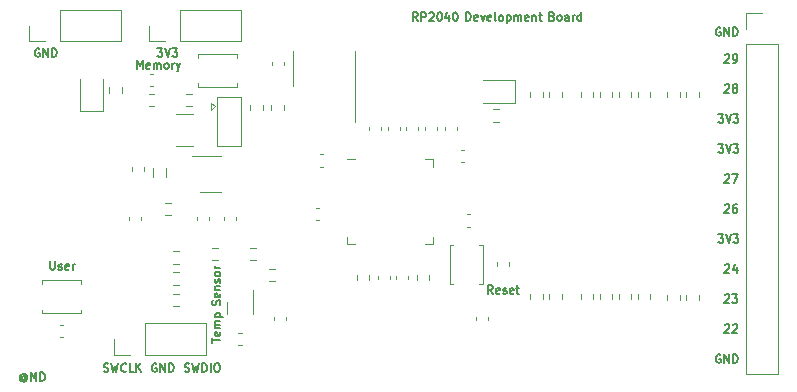
<source format=gbr>
%TF.GenerationSoftware,KiCad,Pcbnew,(7.0.0)*%
%TF.CreationDate,2023-04-15T16:40:11+03:00*%
%TF.ProjectId,Raspi Pico Board,52617370-6920-4506-9963-6f20426f6172,rev?*%
%TF.SameCoordinates,Original*%
%TF.FileFunction,Legend,Top*%
%TF.FilePolarity,Positive*%
%FSLAX46Y46*%
G04 Gerber Fmt 4.6, Leading zero omitted, Abs format (unit mm)*
G04 Created by KiCad (PCBNEW (7.0.0)) date 2023-04-15 16:40:11*
%MOMM*%
%LPD*%
G01*
G04 APERTURE LIST*
%ADD10C,0.130000*%
%ADD11C,0.120000*%
G04 APERTURE END LIST*
D10*
X49114000Y-69110333D02*
X49080666Y-69077000D01*
X49080666Y-69077000D02*
X49014000Y-69043666D01*
X49014000Y-69043666D02*
X48947333Y-69043666D01*
X48947333Y-69043666D02*
X48880666Y-69077000D01*
X48880666Y-69077000D02*
X48847333Y-69110333D01*
X48847333Y-69110333D02*
X48814000Y-69177000D01*
X48814000Y-69177000D02*
X48814000Y-69243666D01*
X48814000Y-69243666D02*
X48847333Y-69310333D01*
X48847333Y-69310333D02*
X48880666Y-69343666D01*
X48880666Y-69343666D02*
X48947333Y-69377000D01*
X48947333Y-69377000D02*
X49014000Y-69377000D01*
X49014000Y-69377000D02*
X49080666Y-69343666D01*
X49080666Y-69343666D02*
X49114000Y-69310333D01*
X49114000Y-69043666D02*
X49114000Y-69310333D01*
X49114000Y-69310333D02*
X49147333Y-69343666D01*
X49147333Y-69343666D02*
X49180666Y-69343666D01*
X49180666Y-69343666D02*
X49247333Y-69310333D01*
X49247333Y-69310333D02*
X49280666Y-69243666D01*
X49280666Y-69243666D02*
X49280666Y-69077000D01*
X49280666Y-69077000D02*
X49214000Y-68977000D01*
X49214000Y-68977000D02*
X49114000Y-68910333D01*
X49114000Y-68910333D02*
X48980666Y-68877000D01*
X48980666Y-68877000D02*
X48847333Y-68910333D01*
X48847333Y-68910333D02*
X48747333Y-68977000D01*
X48747333Y-68977000D02*
X48680666Y-69077000D01*
X48680666Y-69077000D02*
X48647333Y-69210333D01*
X48647333Y-69210333D02*
X48680666Y-69343666D01*
X48680666Y-69343666D02*
X48747333Y-69443666D01*
X48747333Y-69443666D02*
X48847333Y-69510333D01*
X48847333Y-69510333D02*
X48980666Y-69543666D01*
X48980666Y-69543666D02*
X49114000Y-69510333D01*
X49114000Y-69510333D02*
X49214000Y-69443666D01*
X49580666Y-69443666D02*
X49580666Y-68743666D01*
X49580666Y-68743666D02*
X49814000Y-69243666D01*
X49814000Y-69243666D02*
X50047333Y-68743666D01*
X50047333Y-68743666D02*
X50047333Y-69443666D01*
X50380666Y-69443666D02*
X50380666Y-68743666D01*
X50380666Y-68743666D02*
X50547333Y-68743666D01*
X50547333Y-68743666D02*
X50647333Y-68777000D01*
X50647333Y-68777000D02*
X50714000Y-68843666D01*
X50714000Y-68843666D02*
X50747333Y-68910333D01*
X50747333Y-68910333D02*
X50780666Y-69043666D01*
X50780666Y-69043666D02*
X50780666Y-69143666D01*
X50780666Y-69143666D02*
X50747333Y-69277000D01*
X50747333Y-69277000D02*
X50714000Y-69343666D01*
X50714000Y-69343666D02*
X50647333Y-69410333D01*
X50647333Y-69410333D02*
X50547333Y-69443666D01*
X50547333Y-69443666D02*
X50380666Y-69443666D01*
X82354666Y-38963666D02*
X82121333Y-38630333D01*
X81954666Y-38963666D02*
X81954666Y-38263666D01*
X81954666Y-38263666D02*
X82221333Y-38263666D01*
X82221333Y-38263666D02*
X82288000Y-38297000D01*
X82288000Y-38297000D02*
X82321333Y-38330333D01*
X82321333Y-38330333D02*
X82354666Y-38397000D01*
X82354666Y-38397000D02*
X82354666Y-38497000D01*
X82354666Y-38497000D02*
X82321333Y-38563666D01*
X82321333Y-38563666D02*
X82288000Y-38597000D01*
X82288000Y-38597000D02*
X82221333Y-38630333D01*
X82221333Y-38630333D02*
X81954666Y-38630333D01*
X82654666Y-38963666D02*
X82654666Y-38263666D01*
X82654666Y-38263666D02*
X82921333Y-38263666D01*
X82921333Y-38263666D02*
X82988000Y-38297000D01*
X82988000Y-38297000D02*
X83021333Y-38330333D01*
X83021333Y-38330333D02*
X83054666Y-38397000D01*
X83054666Y-38397000D02*
X83054666Y-38497000D01*
X83054666Y-38497000D02*
X83021333Y-38563666D01*
X83021333Y-38563666D02*
X82988000Y-38597000D01*
X82988000Y-38597000D02*
X82921333Y-38630333D01*
X82921333Y-38630333D02*
X82654666Y-38630333D01*
X83321333Y-38330333D02*
X83354666Y-38297000D01*
X83354666Y-38297000D02*
X83421333Y-38263666D01*
X83421333Y-38263666D02*
X83588000Y-38263666D01*
X83588000Y-38263666D02*
X83654666Y-38297000D01*
X83654666Y-38297000D02*
X83688000Y-38330333D01*
X83688000Y-38330333D02*
X83721333Y-38397000D01*
X83721333Y-38397000D02*
X83721333Y-38463666D01*
X83721333Y-38463666D02*
X83688000Y-38563666D01*
X83688000Y-38563666D02*
X83288000Y-38963666D01*
X83288000Y-38963666D02*
X83721333Y-38963666D01*
X84154667Y-38263666D02*
X84221333Y-38263666D01*
X84221333Y-38263666D02*
X84288000Y-38297000D01*
X84288000Y-38297000D02*
X84321333Y-38330333D01*
X84321333Y-38330333D02*
X84354667Y-38397000D01*
X84354667Y-38397000D02*
X84388000Y-38530333D01*
X84388000Y-38530333D02*
X84388000Y-38697000D01*
X84388000Y-38697000D02*
X84354667Y-38830333D01*
X84354667Y-38830333D02*
X84321333Y-38897000D01*
X84321333Y-38897000D02*
X84288000Y-38930333D01*
X84288000Y-38930333D02*
X84221333Y-38963666D01*
X84221333Y-38963666D02*
X84154667Y-38963666D01*
X84154667Y-38963666D02*
X84088000Y-38930333D01*
X84088000Y-38930333D02*
X84054667Y-38897000D01*
X84054667Y-38897000D02*
X84021333Y-38830333D01*
X84021333Y-38830333D02*
X83988000Y-38697000D01*
X83988000Y-38697000D02*
X83988000Y-38530333D01*
X83988000Y-38530333D02*
X84021333Y-38397000D01*
X84021333Y-38397000D02*
X84054667Y-38330333D01*
X84054667Y-38330333D02*
X84088000Y-38297000D01*
X84088000Y-38297000D02*
X84154667Y-38263666D01*
X84988000Y-38497000D02*
X84988000Y-38963666D01*
X84821334Y-38230333D02*
X84654667Y-38730333D01*
X84654667Y-38730333D02*
X85088000Y-38730333D01*
X85488001Y-38263666D02*
X85554667Y-38263666D01*
X85554667Y-38263666D02*
X85621334Y-38297000D01*
X85621334Y-38297000D02*
X85654667Y-38330333D01*
X85654667Y-38330333D02*
X85688001Y-38397000D01*
X85688001Y-38397000D02*
X85721334Y-38530333D01*
X85721334Y-38530333D02*
X85721334Y-38697000D01*
X85721334Y-38697000D02*
X85688001Y-38830333D01*
X85688001Y-38830333D02*
X85654667Y-38897000D01*
X85654667Y-38897000D02*
X85621334Y-38930333D01*
X85621334Y-38930333D02*
X85554667Y-38963666D01*
X85554667Y-38963666D02*
X85488001Y-38963666D01*
X85488001Y-38963666D02*
X85421334Y-38930333D01*
X85421334Y-38930333D02*
X85388001Y-38897000D01*
X85388001Y-38897000D02*
X85354667Y-38830333D01*
X85354667Y-38830333D02*
X85321334Y-38697000D01*
X85321334Y-38697000D02*
X85321334Y-38530333D01*
X85321334Y-38530333D02*
X85354667Y-38397000D01*
X85354667Y-38397000D02*
X85388001Y-38330333D01*
X85388001Y-38330333D02*
X85421334Y-38297000D01*
X85421334Y-38297000D02*
X85488001Y-38263666D01*
X86441334Y-38963666D02*
X86441334Y-38263666D01*
X86441334Y-38263666D02*
X86608001Y-38263666D01*
X86608001Y-38263666D02*
X86708001Y-38297000D01*
X86708001Y-38297000D02*
X86774668Y-38363666D01*
X86774668Y-38363666D02*
X86808001Y-38430333D01*
X86808001Y-38430333D02*
X86841334Y-38563666D01*
X86841334Y-38563666D02*
X86841334Y-38663666D01*
X86841334Y-38663666D02*
X86808001Y-38797000D01*
X86808001Y-38797000D02*
X86774668Y-38863666D01*
X86774668Y-38863666D02*
X86708001Y-38930333D01*
X86708001Y-38930333D02*
X86608001Y-38963666D01*
X86608001Y-38963666D02*
X86441334Y-38963666D01*
X87408001Y-38930333D02*
X87341334Y-38963666D01*
X87341334Y-38963666D02*
X87208001Y-38963666D01*
X87208001Y-38963666D02*
X87141334Y-38930333D01*
X87141334Y-38930333D02*
X87108001Y-38863666D01*
X87108001Y-38863666D02*
X87108001Y-38597000D01*
X87108001Y-38597000D02*
X87141334Y-38530333D01*
X87141334Y-38530333D02*
X87208001Y-38497000D01*
X87208001Y-38497000D02*
X87341334Y-38497000D01*
X87341334Y-38497000D02*
X87408001Y-38530333D01*
X87408001Y-38530333D02*
X87441334Y-38597000D01*
X87441334Y-38597000D02*
X87441334Y-38663666D01*
X87441334Y-38663666D02*
X87108001Y-38730333D01*
X87674668Y-38497000D02*
X87841334Y-38963666D01*
X87841334Y-38963666D02*
X88008001Y-38497000D01*
X88541334Y-38930333D02*
X88474667Y-38963666D01*
X88474667Y-38963666D02*
X88341334Y-38963666D01*
X88341334Y-38963666D02*
X88274667Y-38930333D01*
X88274667Y-38930333D02*
X88241334Y-38863666D01*
X88241334Y-38863666D02*
X88241334Y-38597000D01*
X88241334Y-38597000D02*
X88274667Y-38530333D01*
X88274667Y-38530333D02*
X88341334Y-38497000D01*
X88341334Y-38497000D02*
X88474667Y-38497000D01*
X88474667Y-38497000D02*
X88541334Y-38530333D01*
X88541334Y-38530333D02*
X88574667Y-38597000D01*
X88574667Y-38597000D02*
X88574667Y-38663666D01*
X88574667Y-38663666D02*
X88241334Y-38730333D01*
X88974667Y-38963666D02*
X88908001Y-38930333D01*
X88908001Y-38930333D02*
X88874667Y-38863666D01*
X88874667Y-38863666D02*
X88874667Y-38263666D01*
X89341334Y-38963666D02*
X89274668Y-38930333D01*
X89274668Y-38930333D02*
X89241334Y-38897000D01*
X89241334Y-38897000D02*
X89208001Y-38830333D01*
X89208001Y-38830333D02*
X89208001Y-38630333D01*
X89208001Y-38630333D02*
X89241334Y-38563666D01*
X89241334Y-38563666D02*
X89274668Y-38530333D01*
X89274668Y-38530333D02*
X89341334Y-38497000D01*
X89341334Y-38497000D02*
X89441334Y-38497000D01*
X89441334Y-38497000D02*
X89508001Y-38530333D01*
X89508001Y-38530333D02*
X89541334Y-38563666D01*
X89541334Y-38563666D02*
X89574668Y-38630333D01*
X89574668Y-38630333D02*
X89574668Y-38830333D01*
X89574668Y-38830333D02*
X89541334Y-38897000D01*
X89541334Y-38897000D02*
X89508001Y-38930333D01*
X89508001Y-38930333D02*
X89441334Y-38963666D01*
X89441334Y-38963666D02*
X89341334Y-38963666D01*
X89874667Y-38497000D02*
X89874667Y-39197000D01*
X89874667Y-38530333D02*
X89941334Y-38497000D01*
X89941334Y-38497000D02*
X90074667Y-38497000D01*
X90074667Y-38497000D02*
X90141334Y-38530333D01*
X90141334Y-38530333D02*
X90174667Y-38563666D01*
X90174667Y-38563666D02*
X90208001Y-38630333D01*
X90208001Y-38630333D02*
X90208001Y-38830333D01*
X90208001Y-38830333D02*
X90174667Y-38897000D01*
X90174667Y-38897000D02*
X90141334Y-38930333D01*
X90141334Y-38930333D02*
X90074667Y-38963666D01*
X90074667Y-38963666D02*
X89941334Y-38963666D01*
X89941334Y-38963666D02*
X89874667Y-38930333D01*
X90508000Y-38963666D02*
X90508000Y-38497000D01*
X90508000Y-38563666D02*
X90541334Y-38530333D01*
X90541334Y-38530333D02*
X90608000Y-38497000D01*
X90608000Y-38497000D02*
X90708000Y-38497000D01*
X90708000Y-38497000D02*
X90774667Y-38530333D01*
X90774667Y-38530333D02*
X90808000Y-38597000D01*
X90808000Y-38597000D02*
X90808000Y-38963666D01*
X90808000Y-38597000D02*
X90841334Y-38530333D01*
X90841334Y-38530333D02*
X90908000Y-38497000D01*
X90908000Y-38497000D02*
X91008000Y-38497000D01*
X91008000Y-38497000D02*
X91074667Y-38530333D01*
X91074667Y-38530333D02*
X91108000Y-38597000D01*
X91108000Y-38597000D02*
X91108000Y-38963666D01*
X91708000Y-38930333D02*
X91641333Y-38963666D01*
X91641333Y-38963666D02*
X91508000Y-38963666D01*
X91508000Y-38963666D02*
X91441333Y-38930333D01*
X91441333Y-38930333D02*
X91408000Y-38863666D01*
X91408000Y-38863666D02*
X91408000Y-38597000D01*
X91408000Y-38597000D02*
X91441333Y-38530333D01*
X91441333Y-38530333D02*
X91508000Y-38497000D01*
X91508000Y-38497000D02*
X91641333Y-38497000D01*
X91641333Y-38497000D02*
X91708000Y-38530333D01*
X91708000Y-38530333D02*
X91741333Y-38597000D01*
X91741333Y-38597000D02*
X91741333Y-38663666D01*
X91741333Y-38663666D02*
X91408000Y-38730333D01*
X92041333Y-38497000D02*
X92041333Y-38963666D01*
X92041333Y-38563666D02*
X92074667Y-38530333D01*
X92074667Y-38530333D02*
X92141333Y-38497000D01*
X92141333Y-38497000D02*
X92241333Y-38497000D01*
X92241333Y-38497000D02*
X92308000Y-38530333D01*
X92308000Y-38530333D02*
X92341333Y-38597000D01*
X92341333Y-38597000D02*
X92341333Y-38963666D01*
X92574666Y-38497000D02*
X92841333Y-38497000D01*
X92674666Y-38263666D02*
X92674666Y-38863666D01*
X92674666Y-38863666D02*
X92708000Y-38930333D01*
X92708000Y-38930333D02*
X92774666Y-38963666D01*
X92774666Y-38963666D02*
X92841333Y-38963666D01*
X93728000Y-38597000D02*
X93828000Y-38630333D01*
X93828000Y-38630333D02*
X93861333Y-38663666D01*
X93861333Y-38663666D02*
X93894666Y-38730333D01*
X93894666Y-38730333D02*
X93894666Y-38830333D01*
X93894666Y-38830333D02*
X93861333Y-38897000D01*
X93861333Y-38897000D02*
X93828000Y-38930333D01*
X93828000Y-38930333D02*
X93761333Y-38963666D01*
X93761333Y-38963666D02*
X93494666Y-38963666D01*
X93494666Y-38963666D02*
X93494666Y-38263666D01*
X93494666Y-38263666D02*
X93728000Y-38263666D01*
X93728000Y-38263666D02*
X93794666Y-38297000D01*
X93794666Y-38297000D02*
X93828000Y-38330333D01*
X93828000Y-38330333D02*
X93861333Y-38397000D01*
X93861333Y-38397000D02*
X93861333Y-38463666D01*
X93861333Y-38463666D02*
X93828000Y-38530333D01*
X93828000Y-38530333D02*
X93794666Y-38563666D01*
X93794666Y-38563666D02*
X93728000Y-38597000D01*
X93728000Y-38597000D02*
X93494666Y-38597000D01*
X94294666Y-38963666D02*
X94228000Y-38930333D01*
X94228000Y-38930333D02*
X94194666Y-38897000D01*
X94194666Y-38897000D02*
X94161333Y-38830333D01*
X94161333Y-38830333D02*
X94161333Y-38630333D01*
X94161333Y-38630333D02*
X94194666Y-38563666D01*
X94194666Y-38563666D02*
X94228000Y-38530333D01*
X94228000Y-38530333D02*
X94294666Y-38497000D01*
X94294666Y-38497000D02*
X94394666Y-38497000D01*
X94394666Y-38497000D02*
X94461333Y-38530333D01*
X94461333Y-38530333D02*
X94494666Y-38563666D01*
X94494666Y-38563666D02*
X94528000Y-38630333D01*
X94528000Y-38630333D02*
X94528000Y-38830333D01*
X94528000Y-38830333D02*
X94494666Y-38897000D01*
X94494666Y-38897000D02*
X94461333Y-38930333D01*
X94461333Y-38930333D02*
X94394666Y-38963666D01*
X94394666Y-38963666D02*
X94294666Y-38963666D01*
X95127999Y-38963666D02*
X95127999Y-38597000D01*
X95127999Y-38597000D02*
X95094666Y-38530333D01*
X95094666Y-38530333D02*
X95027999Y-38497000D01*
X95027999Y-38497000D02*
X94894666Y-38497000D01*
X94894666Y-38497000D02*
X94827999Y-38530333D01*
X95127999Y-38930333D02*
X95061333Y-38963666D01*
X95061333Y-38963666D02*
X94894666Y-38963666D01*
X94894666Y-38963666D02*
X94827999Y-38930333D01*
X94827999Y-38930333D02*
X94794666Y-38863666D01*
X94794666Y-38863666D02*
X94794666Y-38797000D01*
X94794666Y-38797000D02*
X94827999Y-38730333D01*
X94827999Y-38730333D02*
X94894666Y-38697000D01*
X94894666Y-38697000D02*
X95061333Y-38697000D01*
X95061333Y-38697000D02*
X95127999Y-38663666D01*
X95461332Y-38963666D02*
X95461332Y-38497000D01*
X95461332Y-38630333D02*
X95494666Y-38563666D01*
X95494666Y-38563666D02*
X95527999Y-38530333D01*
X95527999Y-38530333D02*
X95594666Y-38497000D01*
X95594666Y-38497000D02*
X95661332Y-38497000D01*
X96194665Y-38963666D02*
X96194665Y-38263666D01*
X96194665Y-38930333D02*
X96127999Y-38963666D01*
X96127999Y-38963666D02*
X95994665Y-38963666D01*
X95994665Y-38963666D02*
X95927999Y-38930333D01*
X95927999Y-38930333D02*
X95894665Y-38897000D01*
X95894665Y-38897000D02*
X95861332Y-38830333D01*
X95861332Y-38830333D02*
X95861332Y-38630333D01*
X95861332Y-38630333D02*
X95894665Y-38563666D01*
X95894665Y-38563666D02*
X95927999Y-38530333D01*
X95927999Y-38530333D02*
X95994665Y-38497000D01*
X95994665Y-38497000D02*
X96127999Y-38497000D01*
X96127999Y-38497000D02*
X96194665Y-38530333D01*
X88704666Y-62077666D02*
X88471333Y-61744333D01*
X88304666Y-62077666D02*
X88304666Y-61377666D01*
X88304666Y-61377666D02*
X88571333Y-61377666D01*
X88571333Y-61377666D02*
X88638000Y-61411000D01*
X88638000Y-61411000D02*
X88671333Y-61444333D01*
X88671333Y-61444333D02*
X88704666Y-61511000D01*
X88704666Y-61511000D02*
X88704666Y-61611000D01*
X88704666Y-61611000D02*
X88671333Y-61677666D01*
X88671333Y-61677666D02*
X88638000Y-61711000D01*
X88638000Y-61711000D02*
X88571333Y-61744333D01*
X88571333Y-61744333D02*
X88304666Y-61744333D01*
X89271333Y-62044333D02*
X89204666Y-62077666D01*
X89204666Y-62077666D02*
X89071333Y-62077666D01*
X89071333Y-62077666D02*
X89004666Y-62044333D01*
X89004666Y-62044333D02*
X88971333Y-61977666D01*
X88971333Y-61977666D02*
X88971333Y-61711000D01*
X88971333Y-61711000D02*
X89004666Y-61644333D01*
X89004666Y-61644333D02*
X89071333Y-61611000D01*
X89071333Y-61611000D02*
X89204666Y-61611000D01*
X89204666Y-61611000D02*
X89271333Y-61644333D01*
X89271333Y-61644333D02*
X89304666Y-61711000D01*
X89304666Y-61711000D02*
X89304666Y-61777666D01*
X89304666Y-61777666D02*
X88971333Y-61844333D01*
X89571333Y-62044333D02*
X89638000Y-62077666D01*
X89638000Y-62077666D02*
X89771333Y-62077666D01*
X89771333Y-62077666D02*
X89838000Y-62044333D01*
X89838000Y-62044333D02*
X89871333Y-61977666D01*
X89871333Y-61977666D02*
X89871333Y-61944333D01*
X89871333Y-61944333D02*
X89838000Y-61877666D01*
X89838000Y-61877666D02*
X89771333Y-61844333D01*
X89771333Y-61844333D02*
X89671333Y-61844333D01*
X89671333Y-61844333D02*
X89604666Y-61811000D01*
X89604666Y-61811000D02*
X89571333Y-61744333D01*
X89571333Y-61744333D02*
X89571333Y-61711000D01*
X89571333Y-61711000D02*
X89604666Y-61644333D01*
X89604666Y-61644333D02*
X89671333Y-61611000D01*
X89671333Y-61611000D02*
X89771333Y-61611000D01*
X89771333Y-61611000D02*
X89838000Y-61644333D01*
X90438000Y-62044333D02*
X90371333Y-62077666D01*
X90371333Y-62077666D02*
X90238000Y-62077666D01*
X90238000Y-62077666D02*
X90171333Y-62044333D01*
X90171333Y-62044333D02*
X90138000Y-61977666D01*
X90138000Y-61977666D02*
X90138000Y-61711000D01*
X90138000Y-61711000D02*
X90171333Y-61644333D01*
X90171333Y-61644333D02*
X90238000Y-61611000D01*
X90238000Y-61611000D02*
X90371333Y-61611000D01*
X90371333Y-61611000D02*
X90438000Y-61644333D01*
X90438000Y-61644333D02*
X90471333Y-61711000D01*
X90471333Y-61711000D02*
X90471333Y-61777666D01*
X90471333Y-61777666D02*
X90138000Y-61844333D01*
X90671333Y-61611000D02*
X90938000Y-61611000D01*
X90771333Y-61377666D02*
X90771333Y-61977666D01*
X90771333Y-61977666D02*
X90804667Y-62044333D01*
X90804667Y-62044333D02*
X90871333Y-62077666D01*
X90871333Y-62077666D02*
X90938000Y-62077666D01*
X64933666Y-66227333D02*
X64933666Y-65827333D01*
X65633666Y-66027333D02*
X64933666Y-66027333D01*
X65600333Y-65327333D02*
X65633666Y-65394000D01*
X65633666Y-65394000D02*
X65633666Y-65527333D01*
X65633666Y-65527333D02*
X65600333Y-65594000D01*
X65600333Y-65594000D02*
X65533666Y-65627333D01*
X65533666Y-65627333D02*
X65267000Y-65627333D01*
X65267000Y-65627333D02*
X65200333Y-65594000D01*
X65200333Y-65594000D02*
X65167000Y-65527333D01*
X65167000Y-65527333D02*
X65167000Y-65394000D01*
X65167000Y-65394000D02*
X65200333Y-65327333D01*
X65200333Y-65327333D02*
X65267000Y-65294000D01*
X65267000Y-65294000D02*
X65333666Y-65294000D01*
X65333666Y-65294000D02*
X65400333Y-65627333D01*
X65633666Y-64994000D02*
X65167000Y-64994000D01*
X65233666Y-64994000D02*
X65200333Y-64960667D01*
X65200333Y-64960667D02*
X65167000Y-64894000D01*
X65167000Y-64894000D02*
X65167000Y-64794000D01*
X65167000Y-64794000D02*
X65200333Y-64727333D01*
X65200333Y-64727333D02*
X65267000Y-64694000D01*
X65267000Y-64694000D02*
X65633666Y-64694000D01*
X65267000Y-64694000D02*
X65200333Y-64660667D01*
X65200333Y-64660667D02*
X65167000Y-64594000D01*
X65167000Y-64594000D02*
X65167000Y-64494000D01*
X65167000Y-64494000D02*
X65200333Y-64427333D01*
X65200333Y-64427333D02*
X65267000Y-64394000D01*
X65267000Y-64394000D02*
X65633666Y-64394000D01*
X65167000Y-64060667D02*
X65867000Y-64060667D01*
X65200333Y-64060667D02*
X65167000Y-63994000D01*
X65167000Y-63994000D02*
X65167000Y-63860667D01*
X65167000Y-63860667D02*
X65200333Y-63794000D01*
X65200333Y-63794000D02*
X65233666Y-63760667D01*
X65233666Y-63760667D02*
X65300333Y-63727334D01*
X65300333Y-63727334D02*
X65500333Y-63727334D01*
X65500333Y-63727334D02*
X65567000Y-63760667D01*
X65567000Y-63760667D02*
X65600333Y-63794000D01*
X65600333Y-63794000D02*
X65633666Y-63860667D01*
X65633666Y-63860667D02*
X65633666Y-63994000D01*
X65633666Y-63994000D02*
X65600333Y-64060667D01*
X65600333Y-63040667D02*
X65633666Y-62940667D01*
X65633666Y-62940667D02*
X65633666Y-62774001D01*
X65633666Y-62774001D02*
X65600333Y-62707334D01*
X65600333Y-62707334D02*
X65567000Y-62674001D01*
X65567000Y-62674001D02*
X65500333Y-62640667D01*
X65500333Y-62640667D02*
X65433666Y-62640667D01*
X65433666Y-62640667D02*
X65367000Y-62674001D01*
X65367000Y-62674001D02*
X65333666Y-62707334D01*
X65333666Y-62707334D02*
X65300333Y-62774001D01*
X65300333Y-62774001D02*
X65267000Y-62907334D01*
X65267000Y-62907334D02*
X65233666Y-62974001D01*
X65233666Y-62974001D02*
X65200333Y-63007334D01*
X65200333Y-63007334D02*
X65133666Y-63040667D01*
X65133666Y-63040667D02*
X65067000Y-63040667D01*
X65067000Y-63040667D02*
X65000333Y-63007334D01*
X65000333Y-63007334D02*
X64967000Y-62974001D01*
X64967000Y-62974001D02*
X64933666Y-62907334D01*
X64933666Y-62907334D02*
X64933666Y-62740667D01*
X64933666Y-62740667D02*
X64967000Y-62640667D01*
X65600333Y-62074000D02*
X65633666Y-62140667D01*
X65633666Y-62140667D02*
X65633666Y-62274000D01*
X65633666Y-62274000D02*
X65600333Y-62340667D01*
X65600333Y-62340667D02*
X65533666Y-62374000D01*
X65533666Y-62374000D02*
X65267000Y-62374000D01*
X65267000Y-62374000D02*
X65200333Y-62340667D01*
X65200333Y-62340667D02*
X65167000Y-62274000D01*
X65167000Y-62274000D02*
X65167000Y-62140667D01*
X65167000Y-62140667D02*
X65200333Y-62074000D01*
X65200333Y-62074000D02*
X65267000Y-62040667D01*
X65267000Y-62040667D02*
X65333666Y-62040667D01*
X65333666Y-62040667D02*
X65400333Y-62374000D01*
X65167000Y-61740667D02*
X65633666Y-61740667D01*
X65233666Y-61740667D02*
X65200333Y-61707334D01*
X65200333Y-61707334D02*
X65167000Y-61640667D01*
X65167000Y-61640667D02*
X65167000Y-61540667D01*
X65167000Y-61540667D02*
X65200333Y-61474000D01*
X65200333Y-61474000D02*
X65267000Y-61440667D01*
X65267000Y-61440667D02*
X65633666Y-61440667D01*
X65600333Y-61140667D02*
X65633666Y-61074001D01*
X65633666Y-61074001D02*
X65633666Y-60940667D01*
X65633666Y-60940667D02*
X65600333Y-60874001D01*
X65600333Y-60874001D02*
X65533666Y-60840667D01*
X65533666Y-60840667D02*
X65500333Y-60840667D01*
X65500333Y-60840667D02*
X65433666Y-60874001D01*
X65433666Y-60874001D02*
X65400333Y-60940667D01*
X65400333Y-60940667D02*
X65400333Y-61040667D01*
X65400333Y-61040667D02*
X65367000Y-61107334D01*
X65367000Y-61107334D02*
X65300333Y-61140667D01*
X65300333Y-61140667D02*
X65267000Y-61140667D01*
X65267000Y-61140667D02*
X65200333Y-61107334D01*
X65200333Y-61107334D02*
X65167000Y-61040667D01*
X65167000Y-61040667D02*
X65167000Y-60940667D01*
X65167000Y-60940667D02*
X65200333Y-60874001D01*
X65633666Y-60440667D02*
X65600333Y-60507334D01*
X65600333Y-60507334D02*
X65567000Y-60540667D01*
X65567000Y-60540667D02*
X65500333Y-60574000D01*
X65500333Y-60574000D02*
X65300333Y-60574000D01*
X65300333Y-60574000D02*
X65233666Y-60540667D01*
X65233666Y-60540667D02*
X65200333Y-60507334D01*
X65200333Y-60507334D02*
X65167000Y-60440667D01*
X65167000Y-60440667D02*
X65167000Y-60340667D01*
X65167000Y-60340667D02*
X65200333Y-60274000D01*
X65200333Y-60274000D02*
X65233666Y-60240667D01*
X65233666Y-60240667D02*
X65300333Y-60207334D01*
X65300333Y-60207334D02*
X65500333Y-60207334D01*
X65500333Y-60207334D02*
X65567000Y-60240667D01*
X65567000Y-60240667D02*
X65600333Y-60274000D01*
X65600333Y-60274000D02*
X65633666Y-60340667D01*
X65633666Y-60340667D02*
X65633666Y-60440667D01*
X65633666Y-59907334D02*
X65167000Y-59907334D01*
X65300333Y-59907334D02*
X65233666Y-59874001D01*
X65233666Y-59874001D02*
X65200333Y-59840667D01*
X65200333Y-59840667D02*
X65167000Y-59774001D01*
X65167000Y-59774001D02*
X65167000Y-59707334D01*
X51220666Y-59345666D02*
X51220666Y-59912333D01*
X51220666Y-59912333D02*
X51254000Y-59979000D01*
X51254000Y-59979000D02*
X51287333Y-60012333D01*
X51287333Y-60012333D02*
X51354000Y-60045666D01*
X51354000Y-60045666D02*
X51487333Y-60045666D01*
X51487333Y-60045666D02*
X51554000Y-60012333D01*
X51554000Y-60012333D02*
X51587333Y-59979000D01*
X51587333Y-59979000D02*
X51620666Y-59912333D01*
X51620666Y-59912333D02*
X51620666Y-59345666D01*
X51920666Y-60012333D02*
X51987333Y-60045666D01*
X51987333Y-60045666D02*
X52120666Y-60045666D01*
X52120666Y-60045666D02*
X52187333Y-60012333D01*
X52187333Y-60012333D02*
X52220666Y-59945666D01*
X52220666Y-59945666D02*
X52220666Y-59912333D01*
X52220666Y-59912333D02*
X52187333Y-59845666D01*
X52187333Y-59845666D02*
X52120666Y-59812333D01*
X52120666Y-59812333D02*
X52020666Y-59812333D01*
X52020666Y-59812333D02*
X51953999Y-59779000D01*
X51953999Y-59779000D02*
X51920666Y-59712333D01*
X51920666Y-59712333D02*
X51920666Y-59679000D01*
X51920666Y-59679000D02*
X51953999Y-59612333D01*
X51953999Y-59612333D02*
X52020666Y-59579000D01*
X52020666Y-59579000D02*
X52120666Y-59579000D01*
X52120666Y-59579000D02*
X52187333Y-59612333D01*
X52787333Y-60012333D02*
X52720666Y-60045666D01*
X52720666Y-60045666D02*
X52587333Y-60045666D01*
X52587333Y-60045666D02*
X52520666Y-60012333D01*
X52520666Y-60012333D02*
X52487333Y-59945666D01*
X52487333Y-59945666D02*
X52487333Y-59679000D01*
X52487333Y-59679000D02*
X52520666Y-59612333D01*
X52520666Y-59612333D02*
X52587333Y-59579000D01*
X52587333Y-59579000D02*
X52720666Y-59579000D01*
X52720666Y-59579000D02*
X52787333Y-59612333D01*
X52787333Y-59612333D02*
X52820666Y-59679000D01*
X52820666Y-59679000D02*
X52820666Y-59745666D01*
X52820666Y-59745666D02*
X52487333Y-59812333D01*
X53120666Y-60045666D02*
X53120666Y-59579000D01*
X53120666Y-59712333D02*
X53154000Y-59645666D01*
X53154000Y-59645666D02*
X53187333Y-59612333D01*
X53187333Y-59612333D02*
X53254000Y-59579000D01*
X53254000Y-59579000D02*
X53320666Y-59579000D01*
X58586666Y-43027666D02*
X58586666Y-42327666D01*
X58586666Y-42327666D02*
X58820000Y-42827666D01*
X58820000Y-42827666D02*
X59053333Y-42327666D01*
X59053333Y-42327666D02*
X59053333Y-43027666D01*
X59653333Y-42994333D02*
X59586666Y-43027666D01*
X59586666Y-43027666D02*
X59453333Y-43027666D01*
X59453333Y-43027666D02*
X59386666Y-42994333D01*
X59386666Y-42994333D02*
X59353333Y-42927666D01*
X59353333Y-42927666D02*
X59353333Y-42661000D01*
X59353333Y-42661000D02*
X59386666Y-42594333D01*
X59386666Y-42594333D02*
X59453333Y-42561000D01*
X59453333Y-42561000D02*
X59586666Y-42561000D01*
X59586666Y-42561000D02*
X59653333Y-42594333D01*
X59653333Y-42594333D02*
X59686666Y-42661000D01*
X59686666Y-42661000D02*
X59686666Y-42727666D01*
X59686666Y-42727666D02*
X59353333Y-42794333D01*
X59986666Y-43027666D02*
X59986666Y-42561000D01*
X59986666Y-42627666D02*
X60020000Y-42594333D01*
X60020000Y-42594333D02*
X60086666Y-42561000D01*
X60086666Y-42561000D02*
X60186666Y-42561000D01*
X60186666Y-42561000D02*
X60253333Y-42594333D01*
X60253333Y-42594333D02*
X60286666Y-42661000D01*
X60286666Y-42661000D02*
X60286666Y-43027666D01*
X60286666Y-42661000D02*
X60320000Y-42594333D01*
X60320000Y-42594333D02*
X60386666Y-42561000D01*
X60386666Y-42561000D02*
X60486666Y-42561000D01*
X60486666Y-42561000D02*
X60553333Y-42594333D01*
X60553333Y-42594333D02*
X60586666Y-42661000D01*
X60586666Y-42661000D02*
X60586666Y-43027666D01*
X61019999Y-43027666D02*
X60953333Y-42994333D01*
X60953333Y-42994333D02*
X60919999Y-42961000D01*
X60919999Y-42961000D02*
X60886666Y-42894333D01*
X60886666Y-42894333D02*
X60886666Y-42694333D01*
X60886666Y-42694333D02*
X60919999Y-42627666D01*
X60919999Y-42627666D02*
X60953333Y-42594333D01*
X60953333Y-42594333D02*
X61019999Y-42561000D01*
X61019999Y-42561000D02*
X61119999Y-42561000D01*
X61119999Y-42561000D02*
X61186666Y-42594333D01*
X61186666Y-42594333D02*
X61219999Y-42627666D01*
X61219999Y-42627666D02*
X61253333Y-42694333D01*
X61253333Y-42694333D02*
X61253333Y-42894333D01*
X61253333Y-42894333D02*
X61219999Y-42961000D01*
X61219999Y-42961000D02*
X61186666Y-42994333D01*
X61186666Y-42994333D02*
X61119999Y-43027666D01*
X61119999Y-43027666D02*
X61019999Y-43027666D01*
X61553332Y-43027666D02*
X61553332Y-42561000D01*
X61553332Y-42694333D02*
X61586666Y-42627666D01*
X61586666Y-42627666D02*
X61619999Y-42594333D01*
X61619999Y-42594333D02*
X61686666Y-42561000D01*
X61686666Y-42561000D02*
X61753332Y-42561000D01*
X61919999Y-42561000D02*
X62086665Y-43027666D01*
X62253332Y-42561000D02*
X62086665Y-43027666D01*
X62086665Y-43027666D02*
X62019999Y-43194333D01*
X62019999Y-43194333D02*
X61986665Y-43227666D01*
X61986665Y-43227666D02*
X61919999Y-43261000D01*
X50317333Y-41345000D02*
X50250666Y-41311666D01*
X50250666Y-41311666D02*
X50150666Y-41311666D01*
X50150666Y-41311666D02*
X50050666Y-41345000D01*
X50050666Y-41345000D02*
X49984000Y-41411666D01*
X49984000Y-41411666D02*
X49950666Y-41478333D01*
X49950666Y-41478333D02*
X49917333Y-41611666D01*
X49917333Y-41611666D02*
X49917333Y-41711666D01*
X49917333Y-41711666D02*
X49950666Y-41845000D01*
X49950666Y-41845000D02*
X49984000Y-41911666D01*
X49984000Y-41911666D02*
X50050666Y-41978333D01*
X50050666Y-41978333D02*
X50150666Y-42011666D01*
X50150666Y-42011666D02*
X50217333Y-42011666D01*
X50217333Y-42011666D02*
X50317333Y-41978333D01*
X50317333Y-41978333D02*
X50350666Y-41945000D01*
X50350666Y-41945000D02*
X50350666Y-41711666D01*
X50350666Y-41711666D02*
X50217333Y-41711666D01*
X50650666Y-42011666D02*
X50650666Y-41311666D01*
X50650666Y-41311666D02*
X51050666Y-42011666D01*
X51050666Y-42011666D02*
X51050666Y-41311666D01*
X51383999Y-42011666D02*
X51383999Y-41311666D01*
X51383999Y-41311666D02*
X51550666Y-41311666D01*
X51550666Y-41311666D02*
X51650666Y-41345000D01*
X51650666Y-41345000D02*
X51717333Y-41411666D01*
X51717333Y-41411666D02*
X51750666Y-41478333D01*
X51750666Y-41478333D02*
X51783999Y-41611666D01*
X51783999Y-41611666D02*
X51783999Y-41711666D01*
X51783999Y-41711666D02*
X51750666Y-41845000D01*
X51750666Y-41845000D02*
X51717333Y-41911666D01*
X51717333Y-41911666D02*
X51650666Y-41978333D01*
X51650666Y-41978333D02*
X51550666Y-42011666D01*
X51550666Y-42011666D02*
X51383999Y-42011666D01*
X55759333Y-68648333D02*
X55859333Y-68681666D01*
X55859333Y-68681666D02*
X56026000Y-68681666D01*
X56026000Y-68681666D02*
X56092666Y-68648333D01*
X56092666Y-68648333D02*
X56126000Y-68615000D01*
X56126000Y-68615000D02*
X56159333Y-68548333D01*
X56159333Y-68548333D02*
X56159333Y-68481666D01*
X56159333Y-68481666D02*
X56126000Y-68415000D01*
X56126000Y-68415000D02*
X56092666Y-68381666D01*
X56092666Y-68381666D02*
X56026000Y-68348333D01*
X56026000Y-68348333D02*
X55892666Y-68315000D01*
X55892666Y-68315000D02*
X55826000Y-68281666D01*
X55826000Y-68281666D02*
X55792666Y-68248333D01*
X55792666Y-68248333D02*
X55759333Y-68181666D01*
X55759333Y-68181666D02*
X55759333Y-68115000D01*
X55759333Y-68115000D02*
X55792666Y-68048333D01*
X55792666Y-68048333D02*
X55826000Y-68015000D01*
X55826000Y-68015000D02*
X55892666Y-67981666D01*
X55892666Y-67981666D02*
X56059333Y-67981666D01*
X56059333Y-67981666D02*
X56159333Y-68015000D01*
X56392667Y-67981666D02*
X56559333Y-68681666D01*
X56559333Y-68681666D02*
X56692667Y-68181666D01*
X56692667Y-68181666D02*
X56826000Y-68681666D01*
X56826000Y-68681666D02*
X56992667Y-67981666D01*
X57659333Y-68615000D02*
X57626000Y-68648333D01*
X57626000Y-68648333D02*
X57526000Y-68681666D01*
X57526000Y-68681666D02*
X57459333Y-68681666D01*
X57459333Y-68681666D02*
X57359333Y-68648333D01*
X57359333Y-68648333D02*
X57292667Y-68581666D01*
X57292667Y-68581666D02*
X57259333Y-68515000D01*
X57259333Y-68515000D02*
X57226000Y-68381666D01*
X57226000Y-68381666D02*
X57226000Y-68281666D01*
X57226000Y-68281666D02*
X57259333Y-68148333D01*
X57259333Y-68148333D02*
X57292667Y-68081666D01*
X57292667Y-68081666D02*
X57359333Y-68015000D01*
X57359333Y-68015000D02*
X57459333Y-67981666D01*
X57459333Y-67981666D02*
X57526000Y-67981666D01*
X57526000Y-67981666D02*
X57626000Y-68015000D01*
X57626000Y-68015000D02*
X57659333Y-68048333D01*
X58292667Y-68681666D02*
X57959333Y-68681666D01*
X57959333Y-68681666D02*
X57959333Y-67981666D01*
X58526000Y-68681666D02*
X58526000Y-67981666D01*
X58926000Y-68681666D02*
X58626000Y-68281666D01*
X58926000Y-67981666D02*
X58526000Y-68381666D01*
X62617333Y-68648333D02*
X62717333Y-68681666D01*
X62717333Y-68681666D02*
X62884000Y-68681666D01*
X62884000Y-68681666D02*
X62950666Y-68648333D01*
X62950666Y-68648333D02*
X62984000Y-68615000D01*
X62984000Y-68615000D02*
X63017333Y-68548333D01*
X63017333Y-68548333D02*
X63017333Y-68481666D01*
X63017333Y-68481666D02*
X62984000Y-68415000D01*
X62984000Y-68415000D02*
X62950666Y-68381666D01*
X62950666Y-68381666D02*
X62884000Y-68348333D01*
X62884000Y-68348333D02*
X62750666Y-68315000D01*
X62750666Y-68315000D02*
X62684000Y-68281666D01*
X62684000Y-68281666D02*
X62650666Y-68248333D01*
X62650666Y-68248333D02*
X62617333Y-68181666D01*
X62617333Y-68181666D02*
X62617333Y-68115000D01*
X62617333Y-68115000D02*
X62650666Y-68048333D01*
X62650666Y-68048333D02*
X62684000Y-68015000D01*
X62684000Y-68015000D02*
X62750666Y-67981666D01*
X62750666Y-67981666D02*
X62917333Y-67981666D01*
X62917333Y-67981666D02*
X63017333Y-68015000D01*
X63250667Y-67981666D02*
X63417333Y-68681666D01*
X63417333Y-68681666D02*
X63550667Y-68181666D01*
X63550667Y-68181666D02*
X63684000Y-68681666D01*
X63684000Y-68681666D02*
X63850667Y-67981666D01*
X64117333Y-68681666D02*
X64117333Y-67981666D01*
X64117333Y-67981666D02*
X64284000Y-67981666D01*
X64284000Y-67981666D02*
X64384000Y-68015000D01*
X64384000Y-68015000D02*
X64450667Y-68081666D01*
X64450667Y-68081666D02*
X64484000Y-68148333D01*
X64484000Y-68148333D02*
X64517333Y-68281666D01*
X64517333Y-68281666D02*
X64517333Y-68381666D01*
X64517333Y-68381666D02*
X64484000Y-68515000D01*
X64484000Y-68515000D02*
X64450667Y-68581666D01*
X64450667Y-68581666D02*
X64384000Y-68648333D01*
X64384000Y-68648333D02*
X64284000Y-68681666D01*
X64284000Y-68681666D02*
X64117333Y-68681666D01*
X64817333Y-68681666D02*
X64817333Y-67981666D01*
X65284000Y-67981666D02*
X65417333Y-67981666D01*
X65417333Y-67981666D02*
X65484000Y-68015000D01*
X65484000Y-68015000D02*
X65550666Y-68081666D01*
X65550666Y-68081666D02*
X65584000Y-68215000D01*
X65584000Y-68215000D02*
X65584000Y-68448333D01*
X65584000Y-68448333D02*
X65550666Y-68581666D01*
X65550666Y-68581666D02*
X65484000Y-68648333D01*
X65484000Y-68648333D02*
X65417333Y-68681666D01*
X65417333Y-68681666D02*
X65284000Y-68681666D01*
X65284000Y-68681666D02*
X65217333Y-68648333D01*
X65217333Y-68648333D02*
X65150666Y-68581666D01*
X65150666Y-68581666D02*
X65117333Y-68448333D01*
X65117333Y-68448333D02*
X65117333Y-68215000D01*
X65117333Y-68215000D02*
X65150666Y-68081666D01*
X65150666Y-68081666D02*
X65217333Y-68015000D01*
X65217333Y-68015000D02*
X65284000Y-67981666D01*
X60223333Y-68015000D02*
X60156666Y-67981666D01*
X60156666Y-67981666D02*
X60056666Y-67981666D01*
X60056666Y-67981666D02*
X59956666Y-68015000D01*
X59956666Y-68015000D02*
X59890000Y-68081666D01*
X59890000Y-68081666D02*
X59856666Y-68148333D01*
X59856666Y-68148333D02*
X59823333Y-68281666D01*
X59823333Y-68281666D02*
X59823333Y-68381666D01*
X59823333Y-68381666D02*
X59856666Y-68515000D01*
X59856666Y-68515000D02*
X59890000Y-68581666D01*
X59890000Y-68581666D02*
X59956666Y-68648333D01*
X59956666Y-68648333D02*
X60056666Y-68681666D01*
X60056666Y-68681666D02*
X60123333Y-68681666D01*
X60123333Y-68681666D02*
X60223333Y-68648333D01*
X60223333Y-68648333D02*
X60256666Y-68615000D01*
X60256666Y-68615000D02*
X60256666Y-68381666D01*
X60256666Y-68381666D02*
X60123333Y-68381666D01*
X60556666Y-68681666D02*
X60556666Y-67981666D01*
X60556666Y-67981666D02*
X60956666Y-68681666D01*
X60956666Y-68681666D02*
X60956666Y-67981666D01*
X61289999Y-68681666D02*
X61289999Y-67981666D01*
X61289999Y-67981666D02*
X61456666Y-67981666D01*
X61456666Y-67981666D02*
X61556666Y-68015000D01*
X61556666Y-68015000D02*
X61623333Y-68081666D01*
X61623333Y-68081666D02*
X61656666Y-68148333D01*
X61656666Y-68148333D02*
X61689999Y-68281666D01*
X61689999Y-68281666D02*
X61689999Y-68381666D01*
X61689999Y-68381666D02*
X61656666Y-68515000D01*
X61656666Y-68515000D02*
X61623333Y-68581666D01*
X61623333Y-68581666D02*
X61556666Y-68648333D01*
X61556666Y-68648333D02*
X61456666Y-68681666D01*
X61456666Y-68681666D02*
X61289999Y-68681666D01*
X60298000Y-41311666D02*
X60731333Y-41311666D01*
X60731333Y-41311666D02*
X60498000Y-41578333D01*
X60498000Y-41578333D02*
X60598000Y-41578333D01*
X60598000Y-41578333D02*
X60664666Y-41611666D01*
X60664666Y-41611666D02*
X60698000Y-41645000D01*
X60698000Y-41645000D02*
X60731333Y-41711666D01*
X60731333Y-41711666D02*
X60731333Y-41878333D01*
X60731333Y-41878333D02*
X60698000Y-41945000D01*
X60698000Y-41945000D02*
X60664666Y-41978333D01*
X60664666Y-41978333D02*
X60598000Y-42011666D01*
X60598000Y-42011666D02*
X60398000Y-42011666D01*
X60398000Y-42011666D02*
X60331333Y-41978333D01*
X60331333Y-41978333D02*
X60298000Y-41945000D01*
X60931333Y-41311666D02*
X61164667Y-42011666D01*
X61164667Y-42011666D02*
X61398000Y-41311666D01*
X61564667Y-41311666D02*
X61998000Y-41311666D01*
X61998000Y-41311666D02*
X61764667Y-41578333D01*
X61764667Y-41578333D02*
X61864667Y-41578333D01*
X61864667Y-41578333D02*
X61931333Y-41611666D01*
X61931333Y-41611666D02*
X61964667Y-41645000D01*
X61964667Y-41645000D02*
X61998000Y-41711666D01*
X61998000Y-41711666D02*
X61998000Y-41878333D01*
X61998000Y-41878333D02*
X61964667Y-41945000D01*
X61964667Y-41945000D02*
X61931333Y-41978333D01*
X61931333Y-41978333D02*
X61864667Y-42011666D01*
X61864667Y-42011666D02*
X61664667Y-42011666D01*
X61664667Y-42011666D02*
X61598000Y-41978333D01*
X61598000Y-41978333D02*
X61564667Y-41945000D01*
X107975333Y-67253000D02*
X107908666Y-67219666D01*
X107908666Y-67219666D02*
X107808666Y-67219666D01*
X107808666Y-67219666D02*
X107708666Y-67253000D01*
X107708666Y-67253000D02*
X107642000Y-67319666D01*
X107642000Y-67319666D02*
X107608666Y-67386333D01*
X107608666Y-67386333D02*
X107575333Y-67519666D01*
X107575333Y-67519666D02*
X107575333Y-67619666D01*
X107575333Y-67619666D02*
X107608666Y-67753000D01*
X107608666Y-67753000D02*
X107642000Y-67819666D01*
X107642000Y-67819666D02*
X107708666Y-67886333D01*
X107708666Y-67886333D02*
X107808666Y-67919666D01*
X107808666Y-67919666D02*
X107875333Y-67919666D01*
X107875333Y-67919666D02*
X107975333Y-67886333D01*
X107975333Y-67886333D02*
X108008666Y-67853000D01*
X108008666Y-67853000D02*
X108008666Y-67619666D01*
X108008666Y-67619666D02*
X107875333Y-67619666D01*
X108308666Y-67919666D02*
X108308666Y-67219666D01*
X108308666Y-67219666D02*
X108708666Y-67919666D01*
X108708666Y-67919666D02*
X108708666Y-67219666D01*
X109041999Y-67919666D02*
X109041999Y-67219666D01*
X109041999Y-67219666D02*
X109208666Y-67219666D01*
X109208666Y-67219666D02*
X109308666Y-67253000D01*
X109308666Y-67253000D02*
X109375333Y-67319666D01*
X109375333Y-67319666D02*
X109408666Y-67386333D01*
X109408666Y-67386333D02*
X109441999Y-67519666D01*
X109441999Y-67519666D02*
X109441999Y-67619666D01*
X109441999Y-67619666D02*
X109408666Y-67753000D01*
X109408666Y-67753000D02*
X109375333Y-67819666D01*
X109375333Y-67819666D02*
X109308666Y-67886333D01*
X109308666Y-67886333D02*
X109208666Y-67919666D01*
X109208666Y-67919666D02*
X109041999Y-67919666D01*
X108337333Y-64746333D02*
X108370666Y-64713000D01*
X108370666Y-64713000D02*
X108437333Y-64679666D01*
X108437333Y-64679666D02*
X108604000Y-64679666D01*
X108604000Y-64679666D02*
X108670666Y-64713000D01*
X108670666Y-64713000D02*
X108704000Y-64746333D01*
X108704000Y-64746333D02*
X108737333Y-64813000D01*
X108737333Y-64813000D02*
X108737333Y-64879666D01*
X108737333Y-64879666D02*
X108704000Y-64979666D01*
X108704000Y-64979666D02*
X108304000Y-65379666D01*
X108304000Y-65379666D02*
X108737333Y-65379666D01*
X109004000Y-64746333D02*
X109037333Y-64713000D01*
X109037333Y-64713000D02*
X109104000Y-64679666D01*
X109104000Y-64679666D02*
X109270667Y-64679666D01*
X109270667Y-64679666D02*
X109337333Y-64713000D01*
X109337333Y-64713000D02*
X109370667Y-64746333D01*
X109370667Y-64746333D02*
X109404000Y-64813000D01*
X109404000Y-64813000D02*
X109404000Y-64879666D01*
X109404000Y-64879666D02*
X109370667Y-64979666D01*
X109370667Y-64979666D02*
X108970667Y-65379666D01*
X108970667Y-65379666D02*
X109404000Y-65379666D01*
X108337333Y-62206333D02*
X108370666Y-62173000D01*
X108370666Y-62173000D02*
X108437333Y-62139666D01*
X108437333Y-62139666D02*
X108604000Y-62139666D01*
X108604000Y-62139666D02*
X108670666Y-62173000D01*
X108670666Y-62173000D02*
X108704000Y-62206333D01*
X108704000Y-62206333D02*
X108737333Y-62273000D01*
X108737333Y-62273000D02*
X108737333Y-62339666D01*
X108737333Y-62339666D02*
X108704000Y-62439666D01*
X108704000Y-62439666D02*
X108304000Y-62839666D01*
X108304000Y-62839666D02*
X108737333Y-62839666D01*
X108970667Y-62139666D02*
X109404000Y-62139666D01*
X109404000Y-62139666D02*
X109170667Y-62406333D01*
X109170667Y-62406333D02*
X109270667Y-62406333D01*
X109270667Y-62406333D02*
X109337333Y-62439666D01*
X109337333Y-62439666D02*
X109370667Y-62473000D01*
X109370667Y-62473000D02*
X109404000Y-62539666D01*
X109404000Y-62539666D02*
X109404000Y-62706333D01*
X109404000Y-62706333D02*
X109370667Y-62773000D01*
X109370667Y-62773000D02*
X109337333Y-62806333D01*
X109337333Y-62806333D02*
X109270667Y-62839666D01*
X109270667Y-62839666D02*
X109070667Y-62839666D01*
X109070667Y-62839666D02*
X109004000Y-62806333D01*
X109004000Y-62806333D02*
X108970667Y-62773000D01*
X108337333Y-59666333D02*
X108370666Y-59633000D01*
X108370666Y-59633000D02*
X108437333Y-59599666D01*
X108437333Y-59599666D02*
X108604000Y-59599666D01*
X108604000Y-59599666D02*
X108670666Y-59633000D01*
X108670666Y-59633000D02*
X108704000Y-59666333D01*
X108704000Y-59666333D02*
X108737333Y-59733000D01*
X108737333Y-59733000D02*
X108737333Y-59799666D01*
X108737333Y-59799666D02*
X108704000Y-59899666D01*
X108704000Y-59899666D02*
X108304000Y-60299666D01*
X108304000Y-60299666D02*
X108737333Y-60299666D01*
X109337333Y-59833000D02*
X109337333Y-60299666D01*
X109170667Y-59566333D02*
X109004000Y-60066333D01*
X109004000Y-60066333D02*
X109437333Y-60066333D01*
X108337333Y-54586333D02*
X108370666Y-54553000D01*
X108370666Y-54553000D02*
X108437333Y-54519666D01*
X108437333Y-54519666D02*
X108604000Y-54519666D01*
X108604000Y-54519666D02*
X108670666Y-54553000D01*
X108670666Y-54553000D02*
X108704000Y-54586333D01*
X108704000Y-54586333D02*
X108737333Y-54653000D01*
X108737333Y-54653000D02*
X108737333Y-54719666D01*
X108737333Y-54719666D02*
X108704000Y-54819666D01*
X108704000Y-54819666D02*
X108304000Y-55219666D01*
X108304000Y-55219666D02*
X108737333Y-55219666D01*
X109337333Y-54519666D02*
X109204000Y-54519666D01*
X109204000Y-54519666D02*
X109137333Y-54553000D01*
X109137333Y-54553000D02*
X109104000Y-54586333D01*
X109104000Y-54586333D02*
X109037333Y-54686333D01*
X109037333Y-54686333D02*
X109004000Y-54819666D01*
X109004000Y-54819666D02*
X109004000Y-55086333D01*
X109004000Y-55086333D02*
X109037333Y-55153000D01*
X109037333Y-55153000D02*
X109070667Y-55186333D01*
X109070667Y-55186333D02*
X109137333Y-55219666D01*
X109137333Y-55219666D02*
X109270667Y-55219666D01*
X109270667Y-55219666D02*
X109337333Y-55186333D01*
X109337333Y-55186333D02*
X109370667Y-55153000D01*
X109370667Y-55153000D02*
X109404000Y-55086333D01*
X109404000Y-55086333D02*
X109404000Y-54919666D01*
X109404000Y-54919666D02*
X109370667Y-54853000D01*
X109370667Y-54853000D02*
X109337333Y-54819666D01*
X109337333Y-54819666D02*
X109270667Y-54786333D01*
X109270667Y-54786333D02*
X109137333Y-54786333D01*
X109137333Y-54786333D02*
X109070667Y-54819666D01*
X109070667Y-54819666D02*
X109037333Y-54853000D01*
X109037333Y-54853000D02*
X109004000Y-54919666D01*
X108337333Y-52046333D02*
X108370666Y-52013000D01*
X108370666Y-52013000D02*
X108437333Y-51979666D01*
X108437333Y-51979666D02*
X108604000Y-51979666D01*
X108604000Y-51979666D02*
X108670666Y-52013000D01*
X108670666Y-52013000D02*
X108704000Y-52046333D01*
X108704000Y-52046333D02*
X108737333Y-52113000D01*
X108737333Y-52113000D02*
X108737333Y-52179666D01*
X108737333Y-52179666D02*
X108704000Y-52279666D01*
X108704000Y-52279666D02*
X108304000Y-52679666D01*
X108304000Y-52679666D02*
X108737333Y-52679666D01*
X108970667Y-51979666D02*
X109437333Y-51979666D01*
X109437333Y-51979666D02*
X109137333Y-52679666D01*
X107796000Y-57059666D02*
X108229333Y-57059666D01*
X108229333Y-57059666D02*
X107996000Y-57326333D01*
X107996000Y-57326333D02*
X108096000Y-57326333D01*
X108096000Y-57326333D02*
X108162666Y-57359666D01*
X108162666Y-57359666D02*
X108196000Y-57393000D01*
X108196000Y-57393000D02*
X108229333Y-57459666D01*
X108229333Y-57459666D02*
X108229333Y-57626333D01*
X108229333Y-57626333D02*
X108196000Y-57693000D01*
X108196000Y-57693000D02*
X108162666Y-57726333D01*
X108162666Y-57726333D02*
X108096000Y-57759666D01*
X108096000Y-57759666D02*
X107896000Y-57759666D01*
X107896000Y-57759666D02*
X107829333Y-57726333D01*
X107829333Y-57726333D02*
X107796000Y-57693000D01*
X108429333Y-57059666D02*
X108662667Y-57759666D01*
X108662667Y-57759666D02*
X108896000Y-57059666D01*
X109062667Y-57059666D02*
X109496000Y-57059666D01*
X109496000Y-57059666D02*
X109262667Y-57326333D01*
X109262667Y-57326333D02*
X109362667Y-57326333D01*
X109362667Y-57326333D02*
X109429333Y-57359666D01*
X109429333Y-57359666D02*
X109462667Y-57393000D01*
X109462667Y-57393000D02*
X109496000Y-57459666D01*
X109496000Y-57459666D02*
X109496000Y-57626333D01*
X109496000Y-57626333D02*
X109462667Y-57693000D01*
X109462667Y-57693000D02*
X109429333Y-57726333D01*
X109429333Y-57726333D02*
X109362667Y-57759666D01*
X109362667Y-57759666D02*
X109162667Y-57759666D01*
X109162667Y-57759666D02*
X109096000Y-57726333D01*
X109096000Y-57726333D02*
X109062667Y-57693000D01*
X107796000Y-49439666D02*
X108229333Y-49439666D01*
X108229333Y-49439666D02*
X107996000Y-49706333D01*
X107996000Y-49706333D02*
X108096000Y-49706333D01*
X108096000Y-49706333D02*
X108162666Y-49739666D01*
X108162666Y-49739666D02*
X108196000Y-49773000D01*
X108196000Y-49773000D02*
X108229333Y-49839666D01*
X108229333Y-49839666D02*
X108229333Y-50006333D01*
X108229333Y-50006333D02*
X108196000Y-50073000D01*
X108196000Y-50073000D02*
X108162666Y-50106333D01*
X108162666Y-50106333D02*
X108096000Y-50139666D01*
X108096000Y-50139666D02*
X107896000Y-50139666D01*
X107896000Y-50139666D02*
X107829333Y-50106333D01*
X107829333Y-50106333D02*
X107796000Y-50073000D01*
X108429333Y-49439666D02*
X108662667Y-50139666D01*
X108662667Y-50139666D02*
X108896000Y-49439666D01*
X109062667Y-49439666D02*
X109496000Y-49439666D01*
X109496000Y-49439666D02*
X109262667Y-49706333D01*
X109262667Y-49706333D02*
X109362667Y-49706333D01*
X109362667Y-49706333D02*
X109429333Y-49739666D01*
X109429333Y-49739666D02*
X109462667Y-49773000D01*
X109462667Y-49773000D02*
X109496000Y-49839666D01*
X109496000Y-49839666D02*
X109496000Y-50006333D01*
X109496000Y-50006333D02*
X109462667Y-50073000D01*
X109462667Y-50073000D02*
X109429333Y-50106333D01*
X109429333Y-50106333D02*
X109362667Y-50139666D01*
X109362667Y-50139666D02*
X109162667Y-50139666D01*
X109162667Y-50139666D02*
X109096000Y-50106333D01*
X109096000Y-50106333D02*
X109062667Y-50073000D01*
X107796000Y-46899666D02*
X108229333Y-46899666D01*
X108229333Y-46899666D02*
X107996000Y-47166333D01*
X107996000Y-47166333D02*
X108096000Y-47166333D01*
X108096000Y-47166333D02*
X108162666Y-47199666D01*
X108162666Y-47199666D02*
X108196000Y-47233000D01*
X108196000Y-47233000D02*
X108229333Y-47299666D01*
X108229333Y-47299666D02*
X108229333Y-47466333D01*
X108229333Y-47466333D02*
X108196000Y-47533000D01*
X108196000Y-47533000D02*
X108162666Y-47566333D01*
X108162666Y-47566333D02*
X108096000Y-47599666D01*
X108096000Y-47599666D02*
X107896000Y-47599666D01*
X107896000Y-47599666D02*
X107829333Y-47566333D01*
X107829333Y-47566333D02*
X107796000Y-47533000D01*
X108429333Y-46899666D02*
X108662667Y-47599666D01*
X108662667Y-47599666D02*
X108896000Y-46899666D01*
X109062667Y-46899666D02*
X109496000Y-46899666D01*
X109496000Y-46899666D02*
X109262667Y-47166333D01*
X109262667Y-47166333D02*
X109362667Y-47166333D01*
X109362667Y-47166333D02*
X109429333Y-47199666D01*
X109429333Y-47199666D02*
X109462667Y-47233000D01*
X109462667Y-47233000D02*
X109496000Y-47299666D01*
X109496000Y-47299666D02*
X109496000Y-47466333D01*
X109496000Y-47466333D02*
X109462667Y-47533000D01*
X109462667Y-47533000D02*
X109429333Y-47566333D01*
X109429333Y-47566333D02*
X109362667Y-47599666D01*
X109362667Y-47599666D02*
X109162667Y-47599666D01*
X109162667Y-47599666D02*
X109096000Y-47566333D01*
X109096000Y-47566333D02*
X109062667Y-47533000D01*
X107975333Y-39567000D02*
X107908666Y-39533666D01*
X107908666Y-39533666D02*
X107808666Y-39533666D01*
X107808666Y-39533666D02*
X107708666Y-39567000D01*
X107708666Y-39567000D02*
X107642000Y-39633666D01*
X107642000Y-39633666D02*
X107608666Y-39700333D01*
X107608666Y-39700333D02*
X107575333Y-39833666D01*
X107575333Y-39833666D02*
X107575333Y-39933666D01*
X107575333Y-39933666D02*
X107608666Y-40067000D01*
X107608666Y-40067000D02*
X107642000Y-40133666D01*
X107642000Y-40133666D02*
X107708666Y-40200333D01*
X107708666Y-40200333D02*
X107808666Y-40233666D01*
X107808666Y-40233666D02*
X107875333Y-40233666D01*
X107875333Y-40233666D02*
X107975333Y-40200333D01*
X107975333Y-40200333D02*
X108008666Y-40167000D01*
X108008666Y-40167000D02*
X108008666Y-39933666D01*
X108008666Y-39933666D02*
X107875333Y-39933666D01*
X108308666Y-40233666D02*
X108308666Y-39533666D01*
X108308666Y-39533666D02*
X108708666Y-40233666D01*
X108708666Y-40233666D02*
X108708666Y-39533666D01*
X109041999Y-40233666D02*
X109041999Y-39533666D01*
X109041999Y-39533666D02*
X109208666Y-39533666D01*
X109208666Y-39533666D02*
X109308666Y-39567000D01*
X109308666Y-39567000D02*
X109375333Y-39633666D01*
X109375333Y-39633666D02*
X109408666Y-39700333D01*
X109408666Y-39700333D02*
X109441999Y-39833666D01*
X109441999Y-39833666D02*
X109441999Y-39933666D01*
X109441999Y-39933666D02*
X109408666Y-40067000D01*
X109408666Y-40067000D02*
X109375333Y-40133666D01*
X109375333Y-40133666D02*
X109308666Y-40200333D01*
X109308666Y-40200333D02*
X109208666Y-40233666D01*
X109208666Y-40233666D02*
X109041999Y-40233666D01*
X108337333Y-44426333D02*
X108370666Y-44393000D01*
X108370666Y-44393000D02*
X108437333Y-44359666D01*
X108437333Y-44359666D02*
X108604000Y-44359666D01*
X108604000Y-44359666D02*
X108670666Y-44393000D01*
X108670666Y-44393000D02*
X108704000Y-44426333D01*
X108704000Y-44426333D02*
X108737333Y-44493000D01*
X108737333Y-44493000D02*
X108737333Y-44559666D01*
X108737333Y-44559666D02*
X108704000Y-44659666D01*
X108704000Y-44659666D02*
X108304000Y-45059666D01*
X108304000Y-45059666D02*
X108737333Y-45059666D01*
X109137333Y-44659666D02*
X109070667Y-44626333D01*
X109070667Y-44626333D02*
X109037333Y-44593000D01*
X109037333Y-44593000D02*
X109004000Y-44526333D01*
X109004000Y-44526333D02*
X109004000Y-44493000D01*
X109004000Y-44493000D02*
X109037333Y-44426333D01*
X109037333Y-44426333D02*
X109070667Y-44393000D01*
X109070667Y-44393000D02*
X109137333Y-44359666D01*
X109137333Y-44359666D02*
X109270667Y-44359666D01*
X109270667Y-44359666D02*
X109337333Y-44393000D01*
X109337333Y-44393000D02*
X109370667Y-44426333D01*
X109370667Y-44426333D02*
X109404000Y-44493000D01*
X109404000Y-44493000D02*
X109404000Y-44526333D01*
X109404000Y-44526333D02*
X109370667Y-44593000D01*
X109370667Y-44593000D02*
X109337333Y-44626333D01*
X109337333Y-44626333D02*
X109270667Y-44659666D01*
X109270667Y-44659666D02*
X109137333Y-44659666D01*
X109137333Y-44659666D02*
X109070667Y-44693000D01*
X109070667Y-44693000D02*
X109037333Y-44726333D01*
X109037333Y-44726333D02*
X109004000Y-44793000D01*
X109004000Y-44793000D02*
X109004000Y-44926333D01*
X109004000Y-44926333D02*
X109037333Y-44993000D01*
X109037333Y-44993000D02*
X109070667Y-45026333D01*
X109070667Y-45026333D02*
X109137333Y-45059666D01*
X109137333Y-45059666D02*
X109270667Y-45059666D01*
X109270667Y-45059666D02*
X109337333Y-45026333D01*
X109337333Y-45026333D02*
X109370667Y-44993000D01*
X109370667Y-44993000D02*
X109404000Y-44926333D01*
X109404000Y-44926333D02*
X109404000Y-44793000D01*
X109404000Y-44793000D02*
X109370667Y-44726333D01*
X109370667Y-44726333D02*
X109337333Y-44693000D01*
X109337333Y-44693000D02*
X109270667Y-44659666D01*
X108337333Y-41886333D02*
X108370666Y-41853000D01*
X108370666Y-41853000D02*
X108437333Y-41819666D01*
X108437333Y-41819666D02*
X108604000Y-41819666D01*
X108604000Y-41819666D02*
X108670666Y-41853000D01*
X108670666Y-41853000D02*
X108704000Y-41886333D01*
X108704000Y-41886333D02*
X108737333Y-41953000D01*
X108737333Y-41953000D02*
X108737333Y-42019666D01*
X108737333Y-42019666D02*
X108704000Y-42119666D01*
X108704000Y-42119666D02*
X108304000Y-42519666D01*
X108304000Y-42519666D02*
X108737333Y-42519666D01*
X109070667Y-42519666D02*
X109204000Y-42519666D01*
X109204000Y-42519666D02*
X109270667Y-42486333D01*
X109270667Y-42486333D02*
X109304000Y-42453000D01*
X109304000Y-42453000D02*
X109370667Y-42353000D01*
X109370667Y-42353000D02*
X109404000Y-42219666D01*
X109404000Y-42219666D02*
X109404000Y-41953000D01*
X109404000Y-41953000D02*
X109370667Y-41886333D01*
X109370667Y-41886333D02*
X109337333Y-41853000D01*
X109337333Y-41853000D02*
X109270667Y-41819666D01*
X109270667Y-41819666D02*
X109137333Y-41819666D01*
X109137333Y-41819666D02*
X109070667Y-41853000D01*
X109070667Y-41853000D02*
X109037333Y-41886333D01*
X109037333Y-41886333D02*
X109004000Y-41953000D01*
X109004000Y-41953000D02*
X109004000Y-42119666D01*
X109004000Y-42119666D02*
X109037333Y-42186333D01*
X109037333Y-42186333D02*
X109070667Y-42219666D01*
X109070667Y-42219666D02*
X109137333Y-42253000D01*
X109137333Y-42253000D02*
X109270667Y-42253000D01*
X109270667Y-42253000D02*
X109337333Y-42219666D01*
X109337333Y-42219666D02*
X109370667Y-42186333D01*
X109370667Y-42186333D02*
X109404000Y-42119666D01*
D11*
%TO.C,C4*%
X59656340Y-44530003D02*
X59937500Y-44530003D01*
X59656340Y-43510003D02*
X59937500Y-43510003D01*
%TO.C,C1*%
X58886330Y-55549054D02*
X58886330Y-55830214D01*
X57866330Y-55549054D02*
X57866330Y-55830214D01*
%TO.C,R16*%
X65437258Y-59222500D02*
X64962742Y-59222500D01*
X65437258Y-58177500D02*
X64962742Y-58177500D01*
%TO.C,C8*%
X85965420Y-49920000D02*
X86246580Y-49920000D01*
X85965420Y-50940000D02*
X86246580Y-50940000D01*
%TO.C,C9*%
X79960000Y-60559420D02*
X79960000Y-60840580D01*
X78940000Y-60559420D02*
X78940000Y-60840580D01*
%TO.C,J4*%
X49470000Y-40700000D02*
X49470000Y-39370000D01*
X50800000Y-40700000D02*
X49470000Y-40700000D01*
X52070000Y-40700000D02*
X57210000Y-40700000D01*
X52070000Y-40700000D02*
X52070000Y-38040000D01*
X57210000Y-40700000D02*
X57210000Y-38040000D01*
X52070000Y-38040000D02*
X57210000Y-38040000D01*
%TO.C,R33*%
X92922500Y-62062742D02*
X92922500Y-62537258D01*
X91877500Y-62062742D02*
X91877500Y-62537258D01*
%TO.C,R7*%
X70988618Y-46062742D02*
X70988618Y-46537258D01*
X69943618Y-46062742D02*
X69943618Y-46537258D01*
%TO.C,J2*%
X56645000Y-67230000D02*
X56645000Y-65900000D01*
X57975000Y-67230000D02*
X56645000Y-67230000D01*
X59245000Y-67230000D02*
X64385000Y-67230000D01*
X59245000Y-67230000D02*
X59245000Y-64570000D01*
X64385000Y-67230000D02*
X64385000Y-64570000D01*
X59245000Y-64570000D02*
X64385000Y-64570000D01*
%TO.C,C22*%
X90060000Y-59434420D02*
X90060000Y-59715580D01*
X89040000Y-59434420D02*
X89040000Y-59715580D01*
%TO.C,R18*%
X69762742Y-59977500D02*
X70237258Y-59977500D01*
X69762742Y-61022500D02*
X70237258Y-61022500D01*
%TO.C,U5*%
X68420000Y-61775000D02*
X68420000Y-63775000D01*
X66180000Y-63775000D02*
X66180000Y-62775000D01*
%TO.C,C21*%
X87280000Y-64340580D02*
X87280000Y-64059420D01*
X88300000Y-64340580D02*
X88300000Y-64059420D01*
%TO.C,C15*%
X78220000Y-48240580D02*
X78220000Y-47959420D01*
X79240000Y-48240580D02*
X79240000Y-47959420D01*
%TO.C,D2*%
X90585000Y-45918000D02*
X90585000Y-43998000D01*
X90585000Y-43998000D02*
X87900000Y-43998000D01*
X87900000Y-45918000D02*
X90585000Y-45918000D01*
%TO.C,C12*%
X74308580Y-51310000D02*
X74027420Y-51310000D01*
X74308580Y-50290000D02*
X74027420Y-50290000D01*
%TO.C,R24*%
X102022500Y-62537258D02*
X102022500Y-62062742D01*
X100977500Y-62537258D02*
X100977500Y-62062742D01*
%TO.C,C3*%
X66993966Y-55541016D02*
X66993966Y-55822176D01*
X65973966Y-55541016D02*
X65973966Y-55822176D01*
%TO.C,FB1*%
X60966688Y-54391980D02*
X61441204Y-54391980D01*
X60966688Y-55436980D02*
X61441204Y-55436980D01*
%TO.C,R14*%
X61662742Y-60277500D02*
X62137258Y-60277500D01*
X61662742Y-61322500D02*
X62137258Y-61322500D01*
%TO.C,D1*%
X53745426Y-46618022D02*
X55665426Y-46618022D01*
X55665426Y-46618022D02*
X55665426Y-43933022D01*
X53745426Y-43933022D02*
X53745426Y-46618022D01*
%TO.C,R11*%
X83322500Y-60462742D02*
X83322500Y-60937258D01*
X82277500Y-60462742D02*
X82277500Y-60937258D01*
%TO.C,J3*%
X110170000Y-38295000D02*
X111500000Y-38295000D01*
X110170000Y-39625000D02*
X110170000Y-38295000D01*
X110170000Y-40895000D02*
X110170000Y-68895000D01*
X110170000Y-40895000D02*
X112830000Y-40895000D01*
X110170000Y-68895000D02*
X112830000Y-68895000D01*
X112830000Y-40895000D02*
X112830000Y-68895000D01*
%TO.C,R26*%
X106122500Y-44962742D02*
X106122500Y-45437258D01*
X105077500Y-44962742D02*
X105077500Y-45437258D01*
%TO.C,R31*%
X91877500Y-45437258D02*
X91877500Y-44962742D01*
X92922500Y-45437258D02*
X92922500Y-44962742D01*
%TO.C,R25*%
X100422500Y-62537258D02*
X100422500Y-62062742D01*
X99377500Y-62537258D02*
X99377500Y-62062742D01*
%TO.C,R3*%
X59562879Y-45143605D02*
X60037395Y-45143605D01*
X59562879Y-46188605D02*
X60037395Y-46188605D01*
%TO.C,C7*%
X81370000Y-48250580D02*
X81370000Y-47969420D01*
X82390000Y-48250580D02*
X82390000Y-47969420D01*
%TO.C,C14*%
X82990000Y-48240580D02*
X82990000Y-47959420D01*
X84010000Y-48240580D02*
X84010000Y-47959420D01*
%TO.C,SW1*%
X85050000Y-61250000D02*
X85050000Y-57950000D01*
X85350000Y-61250000D02*
X85050000Y-61250000D01*
X87550000Y-61250000D02*
X87850000Y-61250000D01*
X87850000Y-61250000D02*
X87850000Y-57950000D01*
X85050000Y-57950000D02*
X85350000Y-57950000D01*
X87850000Y-57950000D02*
X87550000Y-57950000D01*
%TO.C,C19*%
X71010000Y-42459420D02*
X71010000Y-42740580D01*
X69990000Y-42459420D02*
X69990000Y-42740580D01*
%TO.C,R27*%
X97222500Y-62062742D02*
X97222500Y-62537258D01*
X96177500Y-62062742D02*
X96177500Y-62537258D01*
%TO.C,C18*%
X79790000Y-48240580D02*
X79790000Y-47959420D01*
X80810000Y-48240580D02*
X80810000Y-47959420D01*
%TO.C,R20*%
X105077500Y-62637258D02*
X105077500Y-62162742D01*
X106122500Y-62637258D02*
X106122500Y-62162742D01*
%TO.C,C16*%
X81536000Y-60559420D02*
X81536000Y-60840580D01*
X80516000Y-60559420D02*
X80516000Y-60840580D01*
%TO.C,SW2*%
X67056825Y-44580000D02*
X67056825Y-44280000D01*
X67056825Y-41780000D02*
X67056825Y-42080000D01*
X63756825Y-44580000D02*
X67056825Y-44580000D01*
X63756825Y-44280000D02*
X63756825Y-44580000D01*
X63756825Y-42080000D02*
X63756825Y-41780000D01*
X63756825Y-41780000D02*
X67056825Y-41780000D01*
%TO.C,C13*%
X84620000Y-48230580D02*
X84620000Y-47949420D01*
X85640000Y-48230580D02*
X85640000Y-47949420D01*
%TO.C,R28*%
X98822500Y-62062742D02*
X98822500Y-62537258D01*
X97777500Y-62062742D02*
X97777500Y-62537258D01*
%TO.C,U2*%
X77005000Y-47500000D02*
X77005000Y-41500000D01*
X71785000Y-44500000D02*
X71785000Y-41500000D01*
%TO.C,R5*%
X56226854Y-45066432D02*
X56226854Y-44591916D01*
X57271854Y-45066432D02*
X57271854Y-44591916D01*
%TO.C,C11*%
X73990580Y-55810000D02*
X73709420Y-55810000D01*
X73990580Y-54790000D02*
X73709420Y-54790000D01*
%TO.C,R12*%
X88741242Y-46467500D02*
X89215758Y-46467500D01*
X88741242Y-47512500D02*
X89215758Y-47512500D01*
%TO.C,R8*%
X77177500Y-60937258D02*
X77177500Y-60462742D01*
X78222500Y-60937258D02*
X78222500Y-60462742D01*
%TO.C,R23*%
X100422500Y-44962742D02*
X100422500Y-45437258D01*
X99377500Y-44962742D02*
X99377500Y-45437258D01*
%TO.C,C23*%
X52059420Y-64740000D02*
X52340580Y-64740000D01*
X52059420Y-65760000D02*
X52340580Y-65760000D01*
%TO.C,J5*%
X59630000Y-40700000D02*
X59630000Y-39370000D01*
X60960000Y-40700000D02*
X59630000Y-40700000D01*
X62230000Y-40700000D02*
X67370000Y-40700000D01*
X62230000Y-40700000D02*
X62230000Y-38040000D01*
X67370000Y-40700000D02*
X67370000Y-38040000D01*
X62230000Y-38040000D02*
X67370000Y-38040000D01*
%TO.C,R29*%
X96177500Y-45437258D02*
X96177500Y-44962742D01*
X97222500Y-45437258D02*
X97222500Y-44962742D01*
%TO.C,JP1*%
X67342500Y-45450000D02*
X67342500Y-49550000D01*
X65342500Y-45450000D02*
X67342500Y-45450000D01*
X64842500Y-45900000D02*
X64842500Y-46500000D01*
X65142500Y-46200000D02*
X64842500Y-45900000D01*
X65142500Y-46200000D02*
X64842500Y-46500000D01*
X67342500Y-49550000D02*
X65342500Y-49550000D01*
X65342500Y-49550000D02*
X65342500Y-45450000D01*
%TO.C,R32*%
X94522500Y-62062742D02*
X94522500Y-62537258D01*
X93477500Y-62062742D02*
X93477500Y-62537258D01*
%TO.C,C20*%
X70160000Y-64330580D02*
X70160000Y-64049420D01*
X71180000Y-64330580D02*
X71180000Y-64049420D01*
%TO.C,R34*%
X97777500Y-45437258D02*
X97777500Y-44962742D01*
X98822500Y-45437258D02*
X98822500Y-44962742D01*
%TO.C,C24*%
X67431240Y-66460000D02*
X67150080Y-66460000D01*
X67431240Y-65440000D02*
X67150080Y-65440000D01*
%TO.C,R19*%
X103477500Y-62637258D02*
X103477500Y-62162742D01*
X104522500Y-62637258D02*
X104522500Y-62162742D01*
%TO.C,R22*%
X102022500Y-44962742D02*
X102022500Y-45437258D01*
X100977500Y-44962742D02*
X100977500Y-45437258D01*
%TO.C,R17*%
X68162742Y-58177500D02*
X68637258Y-58177500D01*
X68162742Y-59222500D02*
X68637258Y-59222500D01*
%TO.C,U3*%
X63891958Y-53453604D02*
X65651958Y-53453604D01*
X65651958Y-50383604D02*
X63221958Y-50383604D01*
%TO.C,R6*%
X69222500Y-46062742D02*
X69222500Y-46537258D01*
X68177500Y-46062742D02*
X68177500Y-46537258D01*
%TO.C,C10*%
X86473420Y-55370000D02*
X86754580Y-55370000D01*
X86473420Y-56390000D02*
X86754580Y-56390000D01*
%TO.C,C5*%
X59151384Y-51379908D02*
X59151384Y-51661068D01*
X58131384Y-51379908D02*
X58131384Y-51661068D01*
%TO.C,R4*%
X62754742Y-45144473D02*
X63229258Y-45144473D01*
X62754742Y-46189473D02*
X63229258Y-46189473D01*
%TO.C,R15*%
X61662742Y-62077500D02*
X62137258Y-62077500D01*
X61662742Y-63122500D02*
X62137258Y-63122500D01*
%TO.C,C6*%
X61888748Y-46840000D02*
X63311252Y-46840000D01*
X61888748Y-49560000D02*
X63311252Y-49560000D01*
%TO.C,U1*%
X76390000Y-57910000D02*
X76390000Y-57260000D01*
X77040000Y-50690000D02*
X76390000Y-50690000D01*
X77040000Y-57910000D02*
X76390000Y-57910000D01*
X82960000Y-50690000D02*
X83610000Y-50690000D01*
X82960000Y-57910000D02*
X83610000Y-57910000D01*
X83610000Y-50690000D02*
X83610000Y-51340000D01*
X83610000Y-57910000D02*
X83610000Y-57260000D01*
%TO.C,R21*%
X104522500Y-44962742D02*
X104522500Y-45437258D01*
X103477500Y-44962742D02*
X103477500Y-45437258D01*
%TO.C,L1*%
X59930928Y-52216951D02*
X59930928Y-51417707D01*
X61050928Y-52216951D02*
X61050928Y-51417707D01*
%TO.C,R13*%
X61662742Y-58477500D02*
X62137258Y-58477500D01*
X61662742Y-59522500D02*
X62137258Y-59522500D01*
%TO.C,R30*%
X93477500Y-45437258D02*
X93477500Y-44962742D01*
X94522500Y-45437258D02*
X94522500Y-44962742D01*
%TO.C,C2*%
X64703947Y-55543797D02*
X64703947Y-55824957D01*
X63683947Y-55543797D02*
X63683947Y-55824957D01*
%TO.C,SW3*%
X53850000Y-63750000D02*
X50550000Y-63750000D01*
X53850000Y-63450000D02*
X53850000Y-63750000D01*
X53850000Y-61250000D02*
X53850000Y-60950000D01*
X53850000Y-60950000D02*
X50550000Y-60950000D01*
X50550000Y-63750000D02*
X50550000Y-63450000D01*
X50550000Y-60950000D02*
X50550000Y-61250000D01*
%TD*%
M02*

</source>
